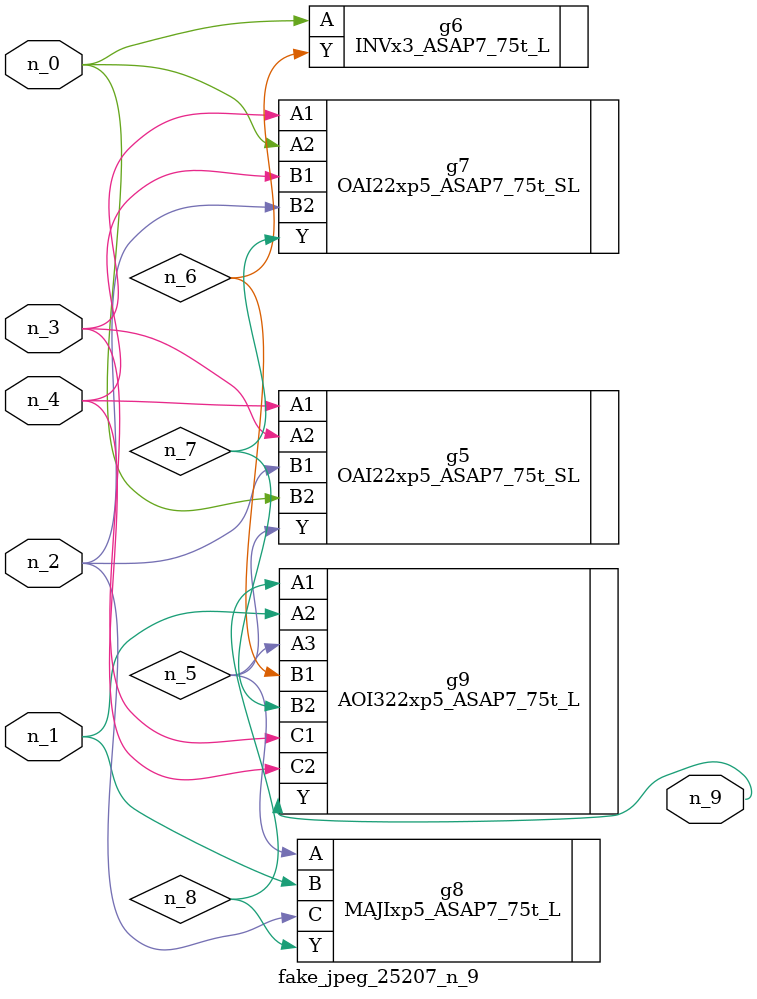
<source format=v>
module fake_jpeg_25207_n_9 (n_3, n_2, n_1, n_0, n_4, n_9);

input n_3;
input n_2;
input n_1;
input n_0;
input n_4;

output n_9;

wire n_8;
wire n_6;
wire n_5;
wire n_7;

OAI22xp5_ASAP7_75t_SL g5 ( 
.A1(n_4),
.A2(n_3),
.B1(n_2),
.B2(n_0),
.Y(n_5)
);

INVx3_ASAP7_75t_L g6 ( 
.A(n_0),
.Y(n_6)
);

OAI22xp5_ASAP7_75t_SL g7 ( 
.A1(n_3),
.A2(n_0),
.B1(n_4),
.B2(n_2),
.Y(n_7)
);

MAJIxp5_ASAP7_75t_L g8 ( 
.A(n_5),
.B(n_1),
.C(n_2),
.Y(n_8)
);

AOI322xp5_ASAP7_75t_L g9 ( 
.A1(n_8),
.A2(n_1),
.A3(n_5),
.B1(n_6),
.B2(n_7),
.C1(n_3),
.C2(n_4),
.Y(n_9)
);


endmodule
</source>
